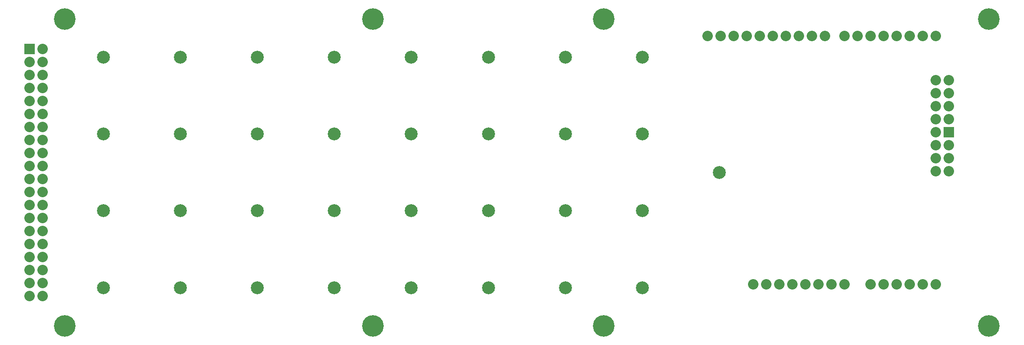
<source format=gbs>
G04 (created by PCBNEW-RS274X (2012-apr-16-27)-stable) date Sun 25 Aug 2013 09:26:46 PM CEST*
G01*
G70*
G90*
%MOIN*%
G04 Gerber Fmt 3.4, Leading zero omitted, Abs format*
%FSLAX34Y34*%
G04 APERTURE LIST*
%ADD10C,0.006000*%
%ADD11C,0.098700*%
%ADD12R,0.080000X0.080000*%
%ADD13C,0.080000*%
%ADD14C,0.165700*%
G04 APERTURE END LIST*
G54D10*
G54D11*
X62992Y-35433D03*
X62992Y-23622D03*
X57087Y-23622D03*
X51181Y-23622D03*
X45276Y-23622D03*
X39370Y-23622D03*
X33465Y-23622D03*
X27559Y-23622D03*
X21654Y-23622D03*
X21654Y-41339D03*
X57087Y-35433D03*
X51181Y-35433D03*
X45276Y-35433D03*
X39370Y-35433D03*
X33465Y-35433D03*
X27559Y-35433D03*
X21654Y-35433D03*
X21654Y-29528D03*
X68898Y-32480D03*
X62992Y-29528D03*
X57087Y-29528D03*
X51181Y-29528D03*
X45276Y-29528D03*
X39370Y-29528D03*
X33465Y-29528D03*
X27559Y-29528D03*
X62992Y-41339D03*
X57087Y-41339D03*
X51181Y-41339D03*
X45276Y-41339D03*
X39370Y-41339D03*
X33465Y-41339D03*
X27559Y-41339D03*
G54D12*
X16000Y-23000D03*
G54D13*
X17000Y-23000D03*
X16000Y-28000D03*
X17000Y-24000D03*
X16000Y-29000D03*
X17000Y-25000D03*
X16000Y-30000D03*
X17000Y-26000D03*
X16000Y-31000D03*
X17000Y-27000D03*
X16000Y-32000D03*
X17000Y-28000D03*
X16000Y-33000D03*
X17000Y-29000D03*
X16000Y-34000D03*
X17000Y-30000D03*
X16000Y-35000D03*
X17000Y-31000D03*
X16000Y-36000D03*
X17000Y-32000D03*
X16000Y-37000D03*
X17000Y-33000D03*
X16000Y-38000D03*
X17000Y-34000D03*
X17000Y-35000D03*
X16000Y-39000D03*
X17000Y-36000D03*
X17000Y-38000D03*
X17000Y-39000D03*
X17000Y-40000D03*
X17000Y-41000D03*
X16000Y-40000D03*
X16000Y-41000D03*
X16000Y-24000D03*
X16000Y-25000D03*
X16000Y-26000D03*
X16000Y-27000D03*
X16000Y-42000D03*
X17000Y-42000D03*
X17000Y-37000D03*
X71490Y-41080D03*
X72490Y-41080D03*
X73490Y-41080D03*
X74490Y-41080D03*
X75490Y-41080D03*
X76490Y-41080D03*
X77490Y-41080D03*
X78490Y-41080D03*
X80480Y-41080D03*
X81480Y-41080D03*
X82480Y-41080D03*
X83480Y-41080D03*
X84480Y-41080D03*
X85480Y-41080D03*
X85510Y-30400D03*
X85510Y-31400D03*
X85510Y-32400D03*
X86510Y-32400D03*
X86510Y-31400D03*
X86510Y-30400D03*
X85510Y-22000D03*
X84510Y-22000D03*
X83510Y-22000D03*
X82510Y-22000D03*
X81510Y-22000D03*
X80510Y-22000D03*
X79510Y-22000D03*
X78510Y-22000D03*
X77000Y-22000D03*
X76000Y-22000D03*
X75000Y-22000D03*
X74000Y-22000D03*
X73000Y-22000D03*
X72000Y-22000D03*
X71000Y-22000D03*
X70000Y-22000D03*
X69000Y-22000D03*
X68000Y-22000D03*
G54D12*
X86510Y-29400D03*
G54D13*
X85510Y-29400D03*
X86510Y-28400D03*
X85510Y-28400D03*
X86510Y-27400D03*
X85510Y-27400D03*
X86510Y-26400D03*
X85510Y-26400D03*
X86510Y-25400D03*
X85510Y-25400D03*
G54D14*
X18701Y-20669D03*
X18701Y-44291D03*
X60039Y-20669D03*
X60039Y-44291D03*
X89567Y-20669D03*
X89567Y-44291D03*
X42323Y-20669D03*
X42323Y-44291D03*
M02*

</source>
